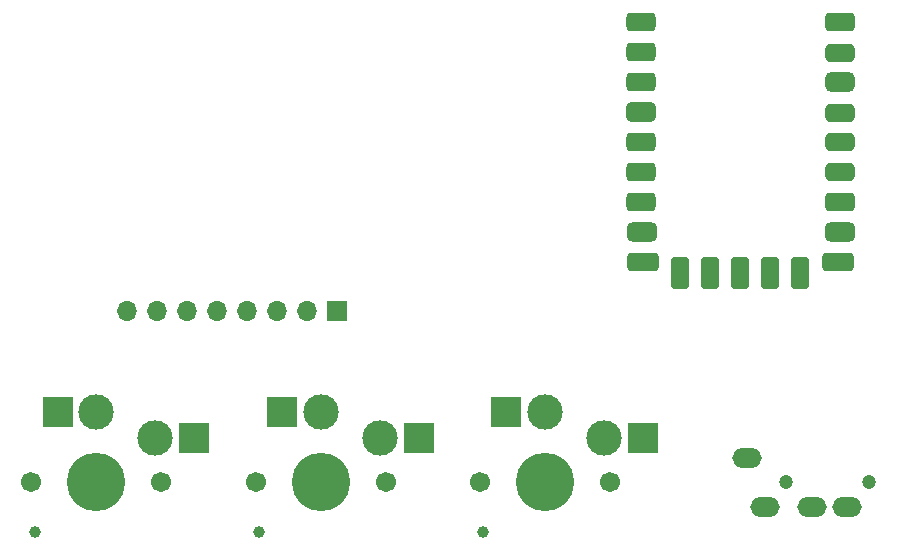
<source format=gbs>
%TF.GenerationSoftware,KiCad,Pcbnew,7.0.7*%
%TF.CreationDate,2024-08-20T00:07:21+09:00*%
%TF.ProjectId,trackmacro,74726163-6b6d-4616-9372-6f2e6b696361,rev?*%
%TF.SameCoordinates,Original*%
%TF.FileFunction,Soldermask,Bot*%
%TF.FilePolarity,Negative*%
%FSLAX46Y46*%
G04 Gerber Fmt 4.6, Leading zero omitted, Abs format (unit mm)*
G04 Created by KiCad (PCBNEW 7.0.7) date 2024-08-20 00:07:21*
%MOMM*%
%LPD*%
G01*
G04 APERTURE LIST*
G04 Aperture macros list*
%AMRoundRect*
0 Rectangle with rounded corners*
0 $1 Rounding radius*
0 $2 $3 $4 $5 $6 $7 $8 $9 X,Y pos of 4 corners*
0 Add a 4 corners polygon primitive as box body*
4,1,4,$2,$3,$4,$5,$6,$7,$8,$9,$2,$3,0*
0 Add four circle primitives for the rounded corners*
1,1,$1+$1,$2,$3*
1,1,$1+$1,$4,$5*
1,1,$1+$1,$6,$7*
1,1,$1+$1,$8,$9*
0 Add four rect primitives between the rounded corners*
20,1,$1+$1,$2,$3,$4,$5,0*
20,1,$1+$1,$4,$5,$6,$7,0*
20,1,$1+$1,$6,$7,$8,$9,0*
20,1,$1+$1,$8,$9,$2,$3,0*%
G04 Aperture macros list end*
%ADD10C,1.200000*%
%ADD11O,2.500000X1.700000*%
%ADD12C,1.701800*%
%ADD13C,3.000000*%
%ADD14C,4.950000*%
%ADD15C,0.990600*%
%ADD16R,2.600000X2.600000*%
%ADD17RoundRect,0.400000X-0.856000X-0.400000X0.856000X-0.400000X0.856000X0.400000X-0.856000X0.400000X0*%
%ADD18RoundRect,0.395000X-0.833700X-0.395000X0.833700X-0.395000X0.833700X0.395000X-0.833700X0.395000X0*%
%ADD19RoundRect,0.405000X-0.823700X-0.405000X0.823700X-0.405000X0.823700X0.405000X-0.823700X0.405000X0*%
%ADD20RoundRect,0.390000X-0.838700X-0.390000X0.838700X-0.390000X0.838700X0.390000X-0.838700X0.390000X0*%
%ADD21RoundRect,0.400000X-0.828700X-0.400000X0.828700X-0.400000X0.828700X0.400000X-0.828700X0.400000X0*%
%ADD22RoundRect,0.400050X-0.828650X-0.400050X0.828650X-0.400050X0.828650X0.400050X-0.828650X0.400050X0*%
%ADD23RoundRect,0.400050X-0.855950X-0.400050X0.855950X-0.400050X0.855950X0.400050X-0.855950X0.400050X0*%
%ADD24RoundRect,0.405025X-0.850975X-0.405025X0.850975X-0.405025X0.850975X0.405025X-0.850975X0.405025X0*%
%ADD25RoundRect,0.400050X-0.965950X-0.400050X0.965950X-0.400050X0.965950X0.400050X-0.965950X0.400050X0*%
%ADD26RoundRect,0.400000X-0.400000X-0.988000X0.400000X-0.988000X0.400000X0.988000X-0.400000X0.988000X0*%
%ADD27RoundRect,0.393700X-0.393700X-0.994300X0.393700X-0.994300X0.393700X0.994300X-0.393700X0.994300X0*%
%ADD28RoundRect,0.405025X-0.856975X-0.405025X0.856975X-0.405025X0.856975X0.405025X-0.856975X0.405025X0*%
%ADD29RoundRect,0.400050X-0.849950X-0.400050X0.849950X-0.400050X0.849950X0.400050X-0.849950X0.400050X0*%
%ADD30RoundRect,0.400050X-0.845950X-0.400050X0.845950X-0.400050X0.845950X0.400050X-0.845950X0.400050X0*%
%ADD31RoundRect,0.415025X-0.834975X-0.415025X0.834975X-0.415025X0.834975X0.415025X-0.834975X0.415025X0*%
%ADD32R,1.700000X1.700000*%
%ADD33O,1.700000X1.700000*%
G04 APERTURE END LIST*
D10*
%TO.C,J1*%
X95375000Y-79600000D03*
X88375000Y-79600000D03*
D11*
X85075000Y-77500000D03*
X93575000Y-81700000D03*
X90575000Y-81700000D03*
X86575000Y-81700000D03*
%TD*%
D12*
%TO.C,SW3*%
X73495000Y-79575000D03*
D13*
X72995000Y-75825000D03*
D14*
X67995000Y-79575000D03*
D13*
X67995000Y-73625000D03*
D15*
X62775000Y-83775000D03*
D12*
X62495000Y-79575000D03*
D16*
X64720000Y-73625000D03*
X76270000Y-75825000D03*
%TD*%
D12*
%TO.C,SW2*%
X54500000Y-79575000D03*
D13*
X54000000Y-75825000D03*
D14*
X49000000Y-79575000D03*
D13*
X49000000Y-73625000D03*
D15*
X43780000Y-83775000D03*
D12*
X43500000Y-79575000D03*
D16*
X45725000Y-73625000D03*
X57275000Y-75825000D03*
%TD*%
D12*
%TO.C,SW1*%
X35500000Y-79600000D03*
D13*
X35000000Y-75850000D03*
D14*
X30000000Y-79600000D03*
D13*
X30000000Y-73650000D03*
D15*
X24780000Y-83800000D03*
D12*
X24500000Y-79600000D03*
D16*
X26725000Y-73650000D03*
X38275000Y-75850000D03*
%TD*%
D17*
%TO.C,RZ1*%
X92926000Y-40655000D03*
D18*
X92953300Y-43205000D03*
D19*
X92953300Y-45725000D03*
D20*
X92953300Y-48295000D03*
D21*
X92953300Y-50815000D03*
D22*
X92953300Y-53355000D03*
D23*
X92926000Y-55895000D03*
D24*
X92926000Y-58425050D03*
D25*
X92816000Y-60975000D03*
D26*
X89610000Y-61873000D03*
D27*
X87070000Y-61873000D03*
X84530000Y-61873000D03*
X81990000Y-61873000D03*
X79450000Y-61873000D03*
D25*
X76244000Y-60975000D03*
D28*
X76232000Y-58425050D03*
D29*
X76124000Y-55895000D03*
X76124000Y-53355000D03*
D30*
X76124000Y-50815000D03*
D31*
X76124000Y-48245050D03*
D29*
X76124000Y-45735000D03*
X76106700Y-43195000D03*
X76124000Y-40655000D03*
%TD*%
D32*
%TO.C,J2*%
X50400000Y-65100000D03*
D33*
X47860000Y-65100000D03*
X45320000Y-65100000D03*
X42780000Y-65100000D03*
X40240000Y-65100000D03*
X37700000Y-65100000D03*
X35160000Y-65100000D03*
X32620000Y-65100000D03*
%TD*%
M02*

</source>
